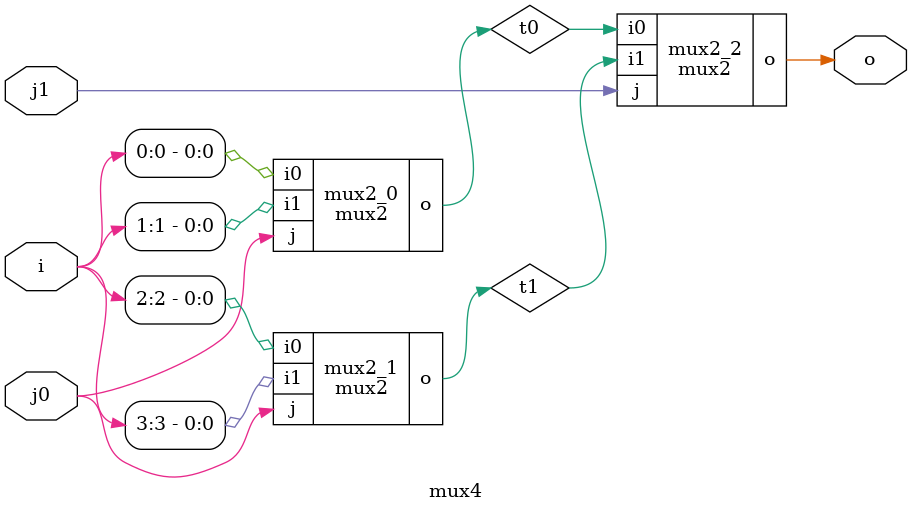
<source format=v>
module mux2 (input wire i0, i1, j, output wire o);
assign o = j ? i1 : i0;
endmodule


module mux4 (input wire [0:3] i, input wire j1, j0, output wire o);
wire t0, t1;
mux2 mux2_0 (.i0(i[0]), .i1(i[1]), .j(j0), .o(t0));  
mux2 mux2_1 (.i0(i[2]), .i1(i[3]), .j(j0), .o(t1));  
mux2 mux2_2 (.i0(t0), .i1(t1), .j(j1), .o(o));
endmodule

</source>
